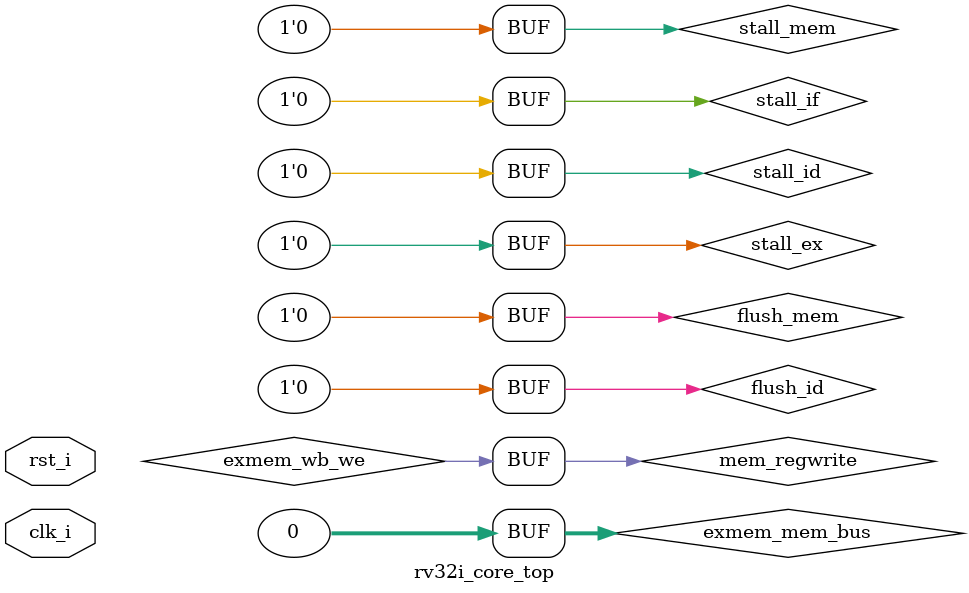
<source format=v>
`timescale 1ns/1ps
module rv32i_core_top #(
    // ---- IF / IMEM parameters ----
    parameter integer IMEM_WORDS      = 1024,
    parameter        IMEM_INIT_FILE   = "D:/Engineering_Hub/riscv-rv32im-soc/sim/vivado/test_if_stage/instruction.hex",                    // set to "instruction.hex" if desired

    // ---- DMEM parameters ----
    parameter integer DMEM_WORDS      = 128,                   // 128 words = 512 bytes
    parameter        DMEM_MISAL_ZERO  = 1
)(
    input  wire clk_i,
    input  wire rst_i
);

    // =========================================================================
    // Global simple control (replace with hazard/ctrl unit later)
    // =========================================================================
    wire stall_if   = 1'b0;
    wire stall_id   = 1'b0;
    wire stall_ex   = 1'b0;
    wire stall_mem  = 1'b0;

    wire flush_id   = 1'b0;  // ID/EX flush (hook your branch/hazard unit if you have one)
    wire flush_mem  = 1'b0;  // EX/MEM->MEM/WB flush (bubble)

    // =========================================================================
    // IF stage core + IMEM (registered address → 1-cycle fetch)
    // =========================================================================
    wire        if_imem_en;
    wire [31:0] if_imem_addr;
    wire [31:0] if_instr_d;

    wire [31:0] if_pc;              // current PC
    wire [31:0] ifid_pc;
    wire [31:0] ifid_instr;
    wire        ifid_valid;

    // Redirect from EX
    wire        ex_bj_taken;
    wire [31:0] ex_pc_bj;


// =====================================================================
// Wires for hazard_control_unit
// =====================================================================

// IDs
wire        id_valid_i_w;
wire [4:0]  id_rs1_addr_i_w;
wire [4:0]  id_rs2_addr_i_w;

// EXs
wire        ex_valid_i_w;
wire [4:0]  ex_rd_addr_i_w;
wire        ex_memread_i_w;
wire        ex_take_b_j_i_w;

// Control outs
wire        stall_if_o_w;
wire        stall_id_o_w;
wire        flush_id_ex_o_w;

// =====================================================================
// Instantiation
// =====================================================================
    hazard_control_unit u_hazard_control_unit (
        .id_valid_i     (id_valid_i_w),
        .id_rs1_addr_i  (id_rs1_addr_i_w),
        .id_rs2_addr_i  (id_rs2_addr_i_w),

        .ex_valid_i     (ex_valid_i_w),
        .ex_rd_addr_i   (ex_rd_addr_i_w),
        .ex_memread_i   (ex_memread_i_w),
        .ex_take_b_j_i  (ex_take_b_j_i_w),

        .stall_if_o     (stall_if_o_w),
        .stall_id_o     (stall_id_o_w),
        .flush_id_ex_o  (flush_id_ex_o_w)
    );

    if_stage_core u_if_core (
        .clk_i          (clk_i),
        .rst_i          (rst_i),
        .stall_i        (stall_if),
        .flush_i        (1'b0),              // IF self-flushes on take_b_j_sig_i
        .take_b_j_sig_i (ex_bj_taken),
        .pc_b_j_i       (ex_pc_bj),

        .imem_en_o      (if_imem_en),
        .imem_addr_o    (if_imem_addr),
        .instr_d_i      (if_instr_d),

        .if_id_pc_o     (ifid_pc),
        .if_id_instr_o  (ifid_instr),
        .if_id_valid_o  (ifid_valid),

        .pc_o           (if_pc)
    );

    // Instruction memory (registered address)
    instr_mem_sync_addr u_imem (
        .clk     (clk_i),
        .en      (if_imem_en),
        .addr    (if_imem_addr),     // byte address
        .instr_d (if_instr_d),
        .dontuse()
    );

    // =========================================================================
    // ID stage (control + register file + ID/EX regs)
    // =========================================================================
    // WB feedback to RF
    wire        wb_rf_we;
    wire [4:0]  wb_rf_rd_addr;
    wire [31:0] wb_rf_wdata;

    // ID/EX outputs (to EX)
    wire [31:0] idex_imm;
    wire        idex_regwrite;
    wire [4:0]  idex_rd_addr;
    wire        idex_jal;
    wire        idex_jalr;
    wire        idex_alusrc;
    wire [3:0]  idex_aluop;
    wire [11:0] idex_csr_addr;
    wire [4:0]  idex_zimm;

    wire        idex_memread;
    wire        idex_memwrite;
    wire [2:0]  idex_width_sel;
    wire [1:0]  idex_memtoreg;

    wire [31:0] idex_rs1_data;
    wire [31:0] idex_rs2_data;
    wire [31:0] idex_pc;

    wire        idex_valid;

    wire [4:0]  idex_rs1_addr;
    wire [4:0]  idex_rs2_addr;

    id_stage u_id (
        .clk_i                   (clk_i),
        .rst_i                   (rst_i),

        .flush_i                 (flush_id),
        .stall_i                 (stall_id),

        .instruction_i           (ifid_instr),
        .pc_address_i            (ifid_pc),
        .valid_m_instruction_i   (ifid_valid),

        // WB feedback
        .wb_regwrite_i           (wb_rf_we),
        .wb_rd_addr_i            (wb_rf_rd_addr),
        .wb_wdata_i              (wb_rf_wdata),

        // ID/EX outs
        .imm_o                   (idex_imm),
        .regwrite_o              (idex_regwrite),
        .rd_addr_o               (idex_rd_addr),
        .jal_o                   (idex_jal),
        .jalr_o                  (idex_jalr),
        .alusrc_o                (idex_alusrc),
        .aluop_o                 (idex_aluop),
        .csr_addr_o              (idex_csr_addr),
        .zimm_o                  (idex_zimm),

        .memread_o               (idex_memread),
        .memwrite_o              (idex_memwrite),
        .width_select_o          (idex_width_sel),
        .memtoreg_o              (idex_memtoreg),

        .operand_a_o             (idex_rs1_data),
        .operand_b_o             (idex_rs2_data),
        .pc_address_o            (idex_pc),

        .valid_m_instruction_o   (idex_valid),

        .rs1_addr_o              (idex_rs1_addr),
        .rs2_addr_o              (idex_rs2_addr)
    );

    // =========================================================================
    // EX stage (ALU + branch/jump + forwarding)
    // =========================================================================
    // Forwarding sources from MEM and WB
    wire        exmem_wb_we;              // from MEM stage regwrite_o
    wire [4:0]  exmem_wb_rd_addr;         // from MEM stage rd_addr_o
    wire [1:0]  exmem_wb_m2r;             // from MEM stage memtoreg_o

    wire        memwb_we;                 // from WB stage regwrite_o
    wire [4:0]  memwb_rd_addr;            // from WB stage rd_addr_o
    wire [1:0]  memwb_m2r;                // from WB stage *input* sel (memtoreg passed through)

    // Data buses available for forwarding selections
    wire [31:0] exmem_alu_bus;            // ALU result at MEM input/output
    wire [31:0] exmem_mem_bus;            // (usually not used in EX/MEM, keep 0)
    wire [31:0] memwb_alu_bus;
    wire [31:0] memwb_mem_bus;

    // EX outputs to MEM
    wire [31:0] ex_alu_result;
    wire [31:0] ex_store_data;

    wire        ex_regwrite;
    wire [4:0]  ex_rd_addr;
    wire [1:0]  ex_memtoreg;
    wire        ex_memread;
    wire        ex_memwrite;
    wire [2:0]  ex_width_sel;

    // Wire up the available forwarding data
    assign exmem_alu_bus = ex_alu_result;
    assign exmem_mem_bus = 32'b0;

    // From MEM/WB: use the inputs to WB stage (selected later); both sources available
    // (These are declared further below, but forward-declared here)
    // memwb_alu_bus = mem_stage_alu_result_o
    // memwb_mem_bus = mem_stage_data_mem_o

    ex_stage_top u_ex (
        .clk_i                     (clk_i),
        .rst_i                     (rst_i),
        .stall_i                   (stall_ex),
        .flush_i                   (1'b0),           // optional separate EX flush

        .jal_i                     (idex_jal),
        .jalr_i                    (idex_jalr),
        .aluop_i                   (idex_aluop),
        .alusrc_i                  (idex_alusrc),
        .operand_a_i               (idex_rs1_data),
        .operand_b_i               (idex_rs2_data),
        .imm_i                     (idex_imm),
        .pc_address_i              (idex_pc),

        .regwrite_i                (idex_regwrite),
        .rd_addr_i                 (idex_rd_addr),
        .memtoreg_i                (idex_memtoreg),
        .memread_i                 (idex_memread),
        .memwrite_i                (idex_memwrite),
        .width_select_i            (idex_width_sel),
        .rs1_addr_i                (idex_rs1_addr),
        .rs2_addr_i                (idex_rs2_addr),

        // Forwarding/bypass sources
        .alu_EX_MEM_i              (exmem_alu_bus),
        .mem_EX_MEM_i              (exmem_mem_bus),
        .alu_MEM_WB_i              (/* set below */),
        .mem_MEM_WB_i              (/* set below */),

        // Producer meta (from later stages)
        .reg_file_write_EX_MEM_i         (exmem_wb_we),
        .reg_file_write_address_EX_MEM_i (exmem_wb_rd_addr),
        .mux_0_sel_EX_MEM_i              (exmem_wb_m2r),

        .reg_file_write_MEM_WB_i         (memwb_we),
        .reg_file_write_address_MEM_WB_i (memwb_rd_addr),
        .mux_0_sel_MEM_WB_i              (memwb_m2r),

        // Outputs
        .alu_result_o              (ex_alu_result),
        .store_data_o              (ex_store_data),
        .pc_b_j_o                  (ex_pc_bj),
        .b_j_taken_o               (ex_bj_taken),

        .regwrite_o                (ex_regwrite),
        .rd_addr_o                 (ex_rd_addr),
        .memtoreg_o                (ex_memtoreg),
        .memread_o                 (ex_memread),
        .memwrite_o                (ex_memwrite),
        .width_select_o            (ex_width_sel)
    );

    // =========================================================================
    // MEM stage (pipeline reg only) + Data memory (byte-addressed)
    // =========================================================================
    wire        mem_regwrite;
    wire [4:0]  mem_rd_addr;
    wire [1:0]  mem_memtoreg;
    wire [31:0] mem_pc;
    wire [31:0] mem_alu_result;
    wire [31:0] mem_data_to_wb;     // registered load data for WB

    mem_stage u_mem (
        .clk_i         (clk_i),
        .rst_i         (rst_i),
        .flush_i       (flush_mem),
        .stall_i       (stall_mem),

        .regwrite_i    (ex_regwrite),
        .rd_addr_i     (ex_rd_addr),
        .memtoreg_i    (ex_memtoreg),
        .pc_address_i  (idex_pc),           // or pass an EX-tagged PC+4 path if you have one
        .alu_result_i  (ex_alu_result),

        .data_memory_i (/* raw DMEM read below */),

        .regwrite_o    (mem_regwrite),
        .rd_addr_o     (mem_rd_addr),
        .memtoreg_o    (mem_memtoreg),
        .pc_address_o  (mem_pc),
        .alu_result_o  (mem_alu_result),
        .data_mem_o    (mem_data_to_wb)
    );

    // Data memory (addr from MEM stage registered ALU result)
    wire        dmem_we   = ex_memwrite;          // store enable from EX control
    wire        dmem_re   = ex_memread;           // load enable from EX control
    wire [2:0]  dmem_wsel = ex_width_sel;
    wire [31:0] dmem_wdat = ex_store_data;
    wire [31:0] dmem_rdat;

    data_mem_rv32i u_dmem (
        .clk       (clk_i),
        .we        (dmem_we),
        .re        (dmem_re),
        .width_sel (dmem_wsel),
        .addr      (mem_alu_result[8:0]),   // byte address, small test RAM
        .wdata     (dmem_wdat),
        .rdata     (dmem_rdat)
    );

    // Connect DMEM raw read to MEM stage (then MEM registers it to WB)
    assign u_mem.data_memory_i = dmem_rdat; // if your tool dislikes, expose a wire:
    // wire [31:0] dmem_raw_r = dmem_rdat;
    // .data_memory_i(dmem_raw_r)

    // =========================================================================
    // WB stage: select (ALU / MEM / PC+4) and write back to RF (via ID)
    // =========================================================================
    wire        wb_regwrite;
    wire [4:0]  wb_rd_addr;
    wire [31:0] wb_wdata;
    wire [1:0]  wb_sel = mem_memtoreg;        // pass-through memtoreg

    wb_stage u_wb (
        .regwrite_i   (mem_regwrite),
        .rd_addr_i    (mem_rd_addr),
        .alu_result_i (mem_alu_result),
        .data_mem_i   (mem_data_to_wb),
        .pc_address_i (mem_pc),
        .wb_sel_i     (wb_sel),

        .regwrite_o   (wb_regwrite),
        .rd_addr_o    (wb_rd_addr),
        .wb_data_o    (wb_wdata)
    );

    // Feed back to ID’s RF write port
    assign wb_rf_we      = wb_regwrite;
    assign wb_rf_rd_addr = wb_rd_addr;
    assign wb_rf_wdata   = wb_wdata;

    // =========================================================================
    // Forwarding metadata hookup
    // =========================================================================
    // EX/MEM perspective (what EX sees “ahead”): use MEM stage outputs
    assign exmem_wb_we      = mem_regwrite;
    assign exmem_wb_rd_addr = mem_rd_addr;
    assign exmem_wb_m2r     = mem_memtoreg;

    // MEM/WB perspective: use WB stage outputs and the memtoreg that WB received
    assign memwb_we         = wb_regwrite;
    assign memwb_rd_addr    = wb_rd_addr;
    assign memwb_m2r        = wb_sel;                 // same 2-bit select that entered WB

    // Forwarding data buses from MEM/WB point:
    assign memwb_alu_bus    = mem_alu_result;         // ALU result entering WB
    assign memwb_mem_bus    = mem_data_to_wb;         // MEM data entering WB

    // =========================================================================
    // Branch redirect wiring
    // =========================================================================
    assign ex_pc_bj = ex_pc_bj;   // (already named as ex_pc_bj)
    // IF already observes ex_bj_taken + ex_pc_bj via u_if_core connections above.

endmodule

</source>
